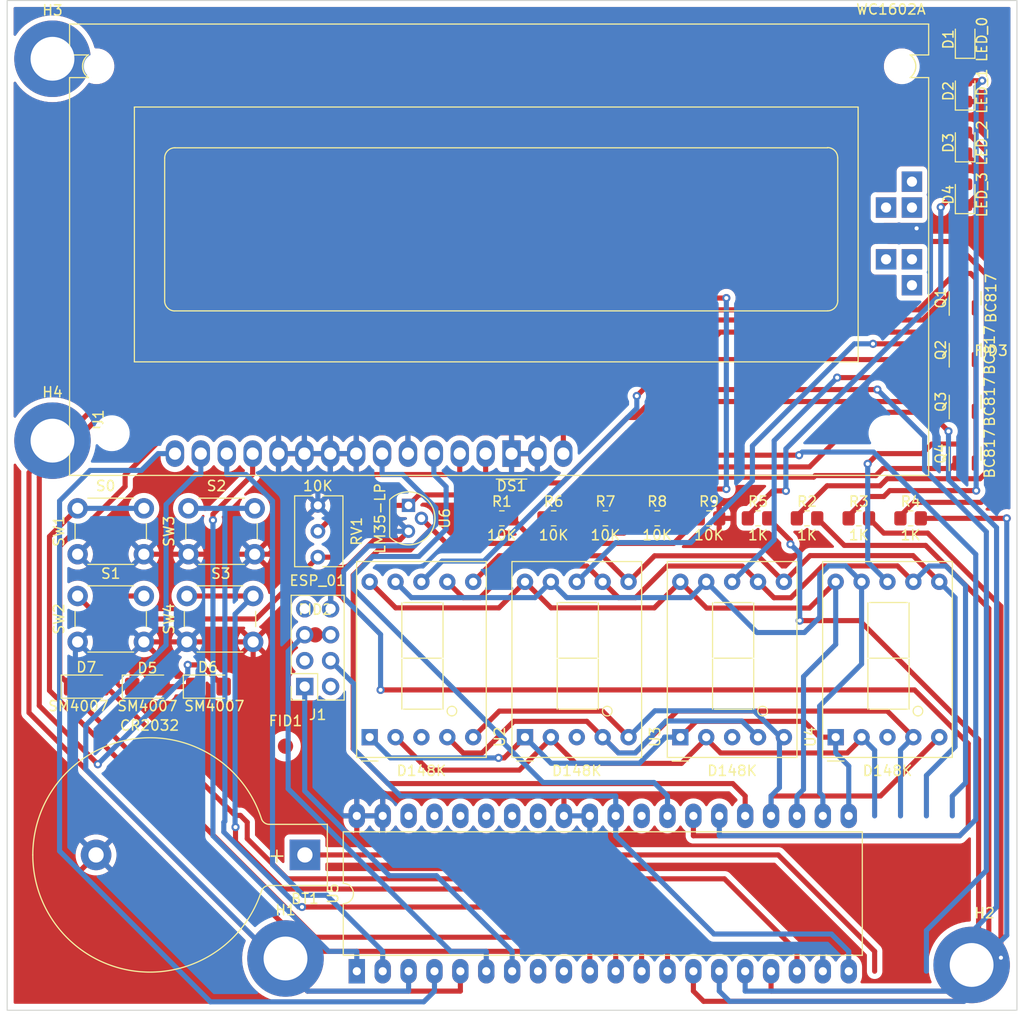
<source format=kicad_pcb>
(kicad_pcb (version 20211014) (generator pcbnew)
  (layers (0 "F.Cu" signal) (31 "B.Cu" signal) (34 "B.Paste" user) (35 "F.Paste" user) (36 "B.SilkS" user "B.Silkscreen") (37 "F.SilkS" user "F.Silkscreen") (38 "B.Mask" user) (39 "F.Mask" user) (44 "Edge.Cuts" user))
  (net 0 "")
  (net 1 "Net-(BT1-Pad1)")
  (net 2 "GND")
  (net 3 "Net-(D1-Pad2)")
  (net 4 "Net-(D2-Pad2)")
  (net 5 "Net-(D3-Pad2)")
  (net 6 "Net-(D4-Pad2)")
  (net 7 "Net-(D5-Pad2)")
  (net 8 "Net-(D6-Pad2)")
  (net 9 "Net-(D7-Pad1)")
  (net 10 "+5V")
  (net 11 "Net-(DS1-Pad3)")
  (net 12 "RS")
  (net 13 "Enable")
  (net 14 "D4")
  (net 15 "D5")
  (net 16 "D6")
  (net 17 "D7")
  (net 18 "TX")
  (net 19 "CHPD")
  (net 21 "3V3")
  (net 22 "RX")
  (net 25 "Net-(Q1-Pad1)")
  (net 26 "Net-(Q1-Pad3)")
  (net 27 "Net-(Q2-Pad1)")
  (net 28 "Net-(Q2-Pad3)")
  (net 29 "Net-(Q3-Pad1)")
  (net 30 "Net-(Q3-Pad3)")
  (net 31 "Net-(Q4-Pad1)")
  (net 32 "Net-(Q4-Pad3)")
  (net 33 "Milhar")
  (net 34 "L0")
  (net 35 "L1")
  (net 36 "L2")
  (net 37 "L3")
  (net 38 "Centena")
  (net 39 "Dezena")
  (net 40 "Unidade")
  (net 41 "Temperatura")
  (net 42 "S0")
  (net 43 "S1")
  (net 44 "S2")
  (net 45 "S3")
  (net 46 "e")
  (net 47 "d")
  (net 49 "c")
  (net 50 "h")
  (net 51 "b")
  (net 52 "a")
  (net 53 "f")
  (net 54 "g")
  (net 58 "USB+")
  (net 59 "USB-")
  (net 60 "Keep_Alive")
  (footprint "Fiducial:Fiducial_1.5mm_Mask3mm" (layer "F.Cu") (at 194.945 107.442)
    (fp_text reference "FID1")
    (fp_text value "Fiducial")
  )
  (footprint "Resistor_SMD:R_0805_2012Metric_Pad1.20x1.40mm_HandSolder" (layer "F.Cu") (at 236.49 85.09)
    (fp_text reference "R9")
    (fp_text value "10K")
  )
  (footprint "Resistor_SMD:R_0805_2012Metric_Pad1.20x1.40mm_HandSolder" (layer "F.Cu") (at 226.33 85.09)
    (fp_text reference "R7")
    (fp_text value "10K")
  )
  (footprint "LED_SMD:LED_0805_2012Metric_Pad1.15x1.40mm_HandSolder" (layer "F.Cu") (at 261.62 48.26 90)
    (fp_text reference "D3")
    (fp_text value "LED_2")
  )
  (footprint "Button_Switch_THT:SW_PUSH_6mm_H4.3mm" (layer "F.Cu") (at 181.05 97.21 180)
    (fp_text reference "SW2")
    (fp_text value "S1")
  )
  (footprint "MountingHole:MountingHole_4.3mm_M4_DIN965_Pad_TopBottom" (layer "F.Cu") (at 172.085 40.005)
    (fp_text reference "H3")
    (fp_text value "MountingHole")
  )
  (footprint "Fiducial:Fiducial_1.5mm_Mask3mm" (layer "F.Cu") (at 197.866 96.52)
    (fp_text reference "FID2")
    (fp_text value "Fiducial")
  )
  (footprint "Diode_SMD:D_1206_3216Metric_Pad1.42x1.75mm_HandSolder" (layer "F.Cu") (at 187.3825 101.6)
    (fp_text reference "D6")
    (fp_text value "SM4007")
  )
  (footprint "Resistor_SMD:R_0805_2012Metric_Pad1.20x1.40mm_HandSolder" (layer "F.Cu") (at 216.17 85.09)
    (fp_text reference "R1")
    (fp_text value "10K")
  )
  (footprint "Resistor_SMD:R_0805_2012Metric_Pad1.20x1.40mm_HandSolder" (layer "F.Cu") (at 246.11 85.09)
    (fp_text reference "R2")
    (fp_text value "1K")
  )
  (footprint "Resistor_SMD:R_0805_2012Metric_Pad1.20x1.40mm_HandSolder" (layer "F.Cu") (at 221.25 85.09)
    (fp_text reference "R6")
    (fp_text value "10K")
  )
  (footprint "Package_TO_SOT_SMD:SOT-23" (layer "F.Cu") (at 261.62 63.5 90)
    (fp_text reference "Q1")
    (fp_text value "BC817")
  )
  (footprint "Package_TO_SOT_SMD:SOT-23" (layer "F.Cu") (at 261.62 73.66 90)
    (fp_text reference "Q3")
    (fp_text value "BC817")
  )
  (footprint "Resistor_SMD:R_0805_2012Metric_Pad1.20x1.40mm_HandSolder" (layer "F.Cu") (at 241.3 85.09)
    (fp_text reference "R5")
    (fp_text value "1K")
  )
  (footprint "MountingHole:MountingHole_4.3mm_M4_DIN965_Pad_TopBottom" (layer "F.Cu") (at 172.085 77.47)
    (fp_text reference "H4")
    (fp_text value "MountingHole")
  )
  (footprint "Display_7Segment:D1X8K" (layer "F.Cu") (at 233.68 106.5575 90)
    (fp_text reference "U3")
    (fp_text value "D148K")
  )
  (footprint "Diode_SMD:D_1206_3216Metric_Pad1.42x1.75mm_HandSolder" (layer "F.Cu") (at 181.3925 101.6)
    (fp_text reference "D5")
    (fp_text value "SM4007")
  )
  (footprint "Diode_SMD:D_1206_3216Metric_Pad1.42x1.75mm_HandSolder" (layer "F.Cu") (at 175.4025 101.6)
    (fp_text reference "D7")
    (fp_text value "SM4007")
  )
  (footprint "Display_7Segment:D1X8K" (layer "F.Cu") (at 248.92 106.5575 90)
    (fp_text reference "U4")
    (fp_text value "D148K")
  )
  (footprint "LED_SMD:LED_0805_2012Metric_Pad1.15x1.40mm_HandSolder" (layer "F.Cu") (at 261.62 53.34 90)
    (fp_text reference "D4")
    (fp_text value "LED_3")
  )
  (footprint "MountingHole:MountingHole_4.3mm_M4_DIN965_Pad_TopBottom" (layer "F.Cu") (at 262.255 128.905)
    (fp_text reference "H2")
    (fp_text value "MountingHole")
  )
  (footprint "Button_Switch_THT:SW_PUSH_6mm_H4.3mm" (layer "F.Cu") (at 181.05 88.61 180)
    (fp_text reference "SW1")
    (fp_text value "S0")
  )
  (footprint "Resistor_SMD:R_0805_2012Metric_Pad1.20x1.40mm_HandSolder" (layer "F.Cu") (at 256.27 85.09)
    (fp_text reference "R4")
    (fp_text value "1K")
  )
  (footprint "Button_Switch_THT:SW_PUSH_6mm_H4.3mm" (layer "F.Cu") (at 191.92 88.61 180)
    (fp_text reference "SW3")
    (fp_text value "S2")
  )
  (footprint "Display_7Segment:D1X8K" (layer "F.Cu") (at 218.44 106.5575 90)
    (fp_text reference "U2")
    (fp_text value "D148K")
  )
  (footprint "Display_7Segment:D1X8K" (layer "F.Cu") (at 203.2 106.5575 90)
    (fp_text reference "U1")
    (fp_text value "D148K")
  )
  (footprint "Battery:BatteryHolder_Keystone_103_1x20mm" (layer "F.Cu") (at 196.85 118.11 180)
    (fp_text reference "BT1")
    (fp_text value "CR2032")
  )
  (footprint "Package_DIP:DIP-40_W15.24mm_LongPads" (layer "F.Cu") (at 201.94 129.52 90)
    (fp_text reference "U5")
    (fp_text value "Blue_Pill")
  )
  (footprint "LED_SMD:LED_0805_2012Metric_Pad1.15x1.40mm_HandSolder" (layer "F.Cu") (at 261.62 43.18 90)
    (fp_text reference "D2")
    (fp_text value "LED_1")
  )
  (footprint "MountingHole:MountingHole_4.3mm_M4_DIN965_Pad_TopBottom" (layer "F.Cu") (at 194.945 128.27)
    (fp_text reference "H1")
    (fp_text value "MountingHole")
  )
  (footprint "Button_Switch_THT:SW_PUSH_6mm_H4.3mm" (layer "F.Cu") (at 191.77 97.21 180)
    (fp_text reference "SW4")
    (fp_text value "S3")
  )
  (footprint "Potentiometer_THT:Potentiometer_Bourns_3266Y_Vertical" (layer "F.Cu") (at 198.12 83.82 90)
    (fp_text reference "RV1")
    (fp_text value "10K")
  )
  (footprint "Display:RC1602A" (layer "F.Cu") (at 217.12 78.74 180)
    (fp_text reference "DS1")
    (fp_text value "WC1602A")
  )
  (footprint "Fiducial:Fiducial_1.5mm_Mask3mm" (layer "F.Cu") (at 264.16 71.12)
    (fp_text reference "FID3")
    (fp_text value "Fiducial")
  )
  (footprint "Connector_PinSocket_2.54mm:PinSocket_2x04_P2.54mm_Vertical" (layer "F.Cu") (at 196.83 101.59 180)
    (fp_text reference "J1")
    (fp_text value "ESP_01")
  )
  (footprint "Package_TO_SOT_SMD:SOT-23" (layer "F.Cu") (at 261.62 78.74 90)
    (fp_text reference "Q4")
    (fp_text value "BC817")
  )
  (footprint "Package_TO_SOT_SMD:SOT-23" (layer "F.Cu") (at 261.62 68.58 90)
    (fp_text reference "Q2")
    (fp_text value "BC817")
  )
  (footprint "Resistor_SMD:R_0805_2012Metric_Pad1.20x1.40mm_HandSolder" (layer "F.Cu") (at 251.19 85.09)
    (fp_text reference "R3")
    (fp_text value "1K")
  )
  (footprint "LED_SMD:LED_0805_2012Metric_Pad1.15x1.40mm_HandSolder" (layer "F.Cu") (at 261.62 38.1 90)
    (fp_text reference "D1")
    (fp_text value "LED_0")
  )
  (footprint "Resistor_SMD:R_0805_2012Metric_Pad1.20x1.40mm_HandSolder" (layer "F.Cu") (at 231.41 85.09)
    (fp_text reference "R8")
    (fp_text value "10K")
  )
  (footprint "Package_TO_SOT_THT:TO-92" (layer "F.Cu") (at 207.01 83.82 -90)
    (fp_text reference "U6")
    (fp_text value "LM35-LP")
  )
  (gr_rect (start 167.64 34.29) (end 266.7 133.35) (layer "Edge.Cuts") (width 0.1) (fill none))
  (segment (start 196.85 118.11) (end 199.1003 118.11) (width 0.5) (layer "F.Cu") (net 1))
  (segment (start 252.74 129.52) (end 252.74 127.5697) (width 0.5) (layer "F.Cu") (net 1))
  (segment (start 199.1003 118.11) (end 243.2803 118.11) (width 0.5) (layer "F.Cu") (net 1))
  (segment (start 243.2803 118.11) (end 252.74 127.5697) (width 0.5) (layer "F.Cu") (net 1))
  (segment (start 237.49 83.9262) (end 237.0166 83.4528) (width 0.5) (layer "F.Cu") (net 2))
  (segment (start 259.3452 56.6398) (end 261.62 54.365) (width 0.5) (layer "F.Cu") (net 2))
  (segment (start 237.49 85.09) (end 237.49 83.9262) (width 0.5) (layer "F.Cu") (net 2))
  (segment (start 199.34 78.74) (end 196.8 78.74) (width 0.5) (layer "F.Cu") (net 2))
  (segment (start 260.1293 47.9359) (end 260.1293 45.6957) (width 0.5) (layer "F.Cu") (net 2))
  (segment (start 201.88 78.74) (end 199.34 78.74) (width 0.5) (layer "F.Cu") (net 2))
  (segment (start 204.755 112.3297) (end 222.26 112.3297) (width 0.5) (layer "F.Cu") (net 2))
  (segment (start 185.42 88.61) (end 191.92 88.61) (width 0.5) (layer "F.Cu") (net 2))
  (segment (start 260.1686 40.5764) (end 260.1686 42.9914) (width 0.5) (layer "F.Cu") (net 2))
  (segment (start 217.12 78.74) (end 217.12 76.6897) (width 0.5) (layer "F.Cu") (net 2))
  (segment (start 217.12 78.74) (end 218.7703 78.74) (width 0.5) (layer "F.Cu") (net 2))
  (segment (start 261.62 49.285) (end 261.4784 49.285) (width 0.5) (layer "F.Cu") (net 2))
  (segment (start 185.27 97.21) (end 191.77 97.21) (width 0.5) (layer "F.Cu") (net 2))
  (segment (start 201.88 78.74) (end 201.88 76.6897) (width 0.5) (layer "F.Cu") (net 2))
  (segment (start 191.77 97.21) (end 191.77 99.3447) (width 0.5) (layer "F.Cu") (net 2))
  (segment (start 179.905 101.6) (end 179.905 98.355) (width 0.5) (layer "F.Cu") (net 2))
  (segment (start 260.1293 45.6957) (end 261.5011 44.3239) (width 0.5) (layer "F.Cu") (net 2))
  (segment (start 256.8587 56.6398) (end 259.3452 56.6398) (width 0.5) (layer "F.Cu") (net 2))
  (segment (start 218.7728 78.7375) (end 218.7703 78.74) (width 0.5) (layer "F.Cu") (net 2))
  (segment (start 219.6549 78.7375) (end 218.7728 78.7375) (width 0.5) (layer "F.Cu") (net 2))
  (segment (start 261.4784 49.285) (end 260.1293 47.9359) (width 0.5) (layer "F.Cu") (net 2))
  (segment (start 261.8009 54.365) (end 261.62 54.365) (width 0.5) (layer "F.Cu") (net 2))
  (segment (start 179.905 98.355) (end 181.05 97.21) (width 0.5) (layer "F.Cu") (net 2))
  (segment (start 193.33 88.61) (end 198.12 83.82) (width 0.5) (layer "F.Cu") (net 2))
  (segment (start 261.5011 44.3239) (end 261.62 44.205) (width 0.5) (layer "F.Cu") (net 2))
  (segment (start 263.0771 50.7421) (end 263.0771 53.0888) (width 0.5) (layer "F.Cu") (net 2))
  (segment (start 191.92 88.61) (end 193.33 88.61) (width 0.5) (layer "F.Cu") (net 2))
  (segment (start 206.96 76.6897) (end 217.12 76.6897) (width 0.5) (layer "F.Cu") (net 2))
  (segment (start 181.05 88.61) (end 185.42 88.61) (width 0.5) (layer "F.Cu") (net 2))
  (segment (start 260.1686 42.9914) (end 261.5011 44.3239) (width 0.5) (layer "F.Cu") (net 2))
  (segment (start 261.62 49.285) (end 263.0771 50.7421) (width 0.5) (layer "F.Cu") (net 2))
  (segment (start 191.77 99.3447) (end 204.755 112.3297) (width 0.5) (layer "F.Cu") (net 2))
  (segment (start 263.0771 53.0888) (end 261.8009 54.365) (width 0.5) (layer "F.Cu") (net 2))
  (segment (start 206.96 78.74) (end 206.96 76.6897) (width 0.5) (layer "F.Cu") (net 2))
  (segment (start 201.88 76.6897) (end 206.96 76.6897) (width 0.5) (layer "F.Cu") (net 2))
  (segment (start 261.62 39.125) (end 260.1686 40.5764) (width 0.5) (layer "F.Cu") (net 2))
  (segment (start 222.26 114.28) (end 222.26 112.3297) (width 0.5) (layer "F.Cu") (net 2))
  (segment (start 181.05 97.21) (end 185.27 97.21) (width 0.5) (layer "F.Cu") (net 2))
  (segment (start 196.8 78.74) (end 194.26 78.74) (width 0.5) (layer "F.Cu") (net 2))
  (via (at 256.8587 56.6398) (size 0.8) (drill 0.4) (layers "F.Cu" "B.Cu") (net 2))
  (via (at 237.0166 83.4528) (size 0.8) (drill 0.4) (layers "F.Cu" "B.Cu") (net 2))
  (segment (start 199.34 80.7903) (end 198.12 82.0103) (width 0.5) (layer "B.Cu") (net 2))
  (segment (start 243.3383 56.6398) (end 256.8587 56.6398) (width 0.5) (layer "B.Cu") (net 2))
  (segment (start 236.1394 127.5697) (end 224.8 116.2303) (width 0.5) (layer "B.Cu") (net 2))
  (segment (start 247.66 129.52) (end 247.66 127.5697) (width 0.5) (layer "B.Cu") (net 2))
  (segment (start 219.6549 76.6872) (end 224.4159 71.9262) (width 0.5) (layer "B.Cu") (net 2))
  (segment (start 198.12 82.0103) (end 198.12 83.82) (width 0.5) (layer "B.Cu") (net 2))
  (segment (start 176.3003 96.3348) (end 176.3003 90.3603) (width 0.5) (layer "B.Cu") (net 2))
  (segment (start 237.0166 79.0512) (end 237.0166 83.4528) (width 0.5) (layer "B.Cu") (net 2))
  (segment (start 174.3332 116.0832) (end 174.3332 97.4268) (width 0.5) (layer "B.Cu") (net 2))
  (segment (start 229.8916 71.9262) (end 229.8916 70.0865) (width 0.5) (layer "B.Cu") (net 2))
  (segment (start 175.4252 96.3348) (end 176.3003 96.3348) (width 0.5) (layer "B.Cu") (net 2))
  (segment (start 199.6405 86.36) (end 207.01 86.36) (width 0.5) (layer "B.Cu") (net 2))
  (segment (start 174.3332 97.4268) (end 174.55 97.21) (width 0.5) (layer "B.Cu") (net 2))
  (segment (start 229.8916 71.9262) (end 237.0166 79.0512) (width 0.5) (layer "B.Cu") (net 2))
  (segment (start 174.55 97.21) (end 175.4252 96.3348) (width 0.5) (layer "B.Cu") (net 2))
  (segment (start 219.6549 78.7375) (end 219.6549 76.6872) (width 0.5) (layer "B.Cu") (net 2))
  (segment (start 180.1748 96.3348) (end 181.05 97.21) (width 0.5) (layer "B.Cu") (net 2))
  (segment (start 199.37 93.97) (end 199.37 92.3697) (width 0.5) (layer "B.Cu") (net 2))
  (segment (start 176.3003 96.3348) (end 180.1748 96.3348) (width 0.5) (layer "B.Cu") (net 2))
  (segment (start 179.2997 90.3603) (end 176.3003 90.3603) (width 0.5) (layer "B.Cu") (net 2))
  (segment (start 199.6405 86.36) (end 199.6405 85.3405) (width 0.5) (layer "B.Cu") (net 2))
  (segment (start 224.8 114.28) (end 224.8 116.2303) (width 0.5) (layer "B.Cu") (net 2))
  (segment (start 247.66 127.5697) (end 236.1394 127.5697) (width 0.5) (layer "B.Cu") (net 2))
  (segment (start 176.36 118.11) (end 174.3332 116.0832) (width 0.5) (layer "B.Cu") (net 2))
  (segment (start 224.4159 71.9262) (end 229.8916 71.9262) (width 0.5) (layer "B.Cu") (net 2))
  (segment (start 199.6405 85.3405) (end 198.12 83.82) (width 0.5) (layer "B.Cu") (net 2))
  (segment (start 199.6405 92.0992) (end 199.6405 86.36) (width 0.5) (layer "B.Cu") (net 2))
  (segment (start 229.8916 70.0865) (end 243.3383 56.6398) (width 0.5) (layer "B.Cu") (net 2))
  (segment (start 222.26 114.28) (end 224.8 114.28) (width 0.5) (layer "B.Cu") (net 2))
  (segment (start 199.37 92.3697) (end 199.6405 92.0992) (width 0.5) (layer "B.Cu") (net 2))
  (segment (start 176.3003 90.3603) (end 174.55 88.61) (width 0.5) (layer "B.Cu") (net 2))
  (segment (start 199.34 78.74) (end 199.34 80.7903) (width 0.5) (layer "B.Cu") (net 2))
  (segment (start 181.05 88.61) (end 179.2997 90.3603) (width 0.5) (layer "B.Cu") (net 2))
  (segment (start 248.0799 81.8964) (end 253.2776 81.8964) (width 0.5) (layer "F.Cu") (net 3))
  (segment (start 245.11 84.8663) (end 248.0799 81.8964) (width 0.5) (layer "F.Cu") (net 3))
  (segment (start 252.0773 46.9603) (end 259.1289 39.9087) (width 0.5) (layer "F.Cu") (net 3))
  (segment (start 253.9702 81.2038) (end 263.0857 81.2038) (width 0.5) (layer "F.Cu") (net 3))
  (segment (start 261.3616 37.075) (end 261.62 37.075) (width 0.5) (layer "F.Cu") (net 3))
  (segment (start 260.4646 57.9296) (end 254.1153 57.9296) (width 0.5) (layer "F.Cu") (net 3))
  (segment (start 263.0857 81.2038) (end 263.6916 80.5979) (width 0.5) (layer "F.Cu") (net 3))
  (segment (start 259.1289 39.3077) (end 261.3616 37.075) (width 0.5) (layer "F.Cu") (net 3))
  (segment (start 245.11 85.09) (end 245.11 84.8663) (width 0.5) (layer "F.Cu") (net 3))
  (segment (start 263.6916 80.5979) (end 263.6916 61.1566) (width 0.5) (layer "F.Cu") (net 3))
  (segment (start 259.1289 39.9087) (end 259.1289 39.3077) (width 0.5) (layer "F.Cu") (net 3))
  (segment (start 252.0773 55.8916) (end 252.0773 46.9603) (width 0.5) (layer "F.Cu") (net 3))
  (segment (start 263.6916 61.1566) (end 260.4646 57.9296) (width 0.5) (layer "F.Cu") (net 3))
  (segment (start 253.2776 81.8964) (end 253.9702 81.2038) (width 0.5) (layer "F.Cu") (net 3))
  (segment (start 254.1153 57.9296) (end 252.0773 55.8916) (width 0.5) (layer "F.Cu") (net 3))
  (segment (start 261.62 42.155) (end 263.288 42.155) (width 0.5) (layer "F.Cu") (net 4))
  (segment (start 252.0972 82.9496) (end 253.6391 82.9496) (width 0.5) (layer "F.Cu") (net 4))
  (segment (start 250.19 85.09) (end 250.19 84.8568) (width 0.5) (layer "F.Cu") (net 4))
  (segment (start 250.19 84.8568) (end 252.0972 82.9496) (width 0.5) (layer "F.Cu") (net 4))
  (segment (start 254.2186 82.3701) (end 262.6993 82.3701) (width 0.5) (layer "F.Cu") (net 4))
  (segment (start 253.6391 82.9496) (end 254.2186 82.3701) (width 0.5) (layer "F.Cu") (net 4))
  (via (at 263.288 42.155) (size 0.8) (drill 0.4) (layers "F.Cu" "B.Cu") (net 4))
  (via (at 262.6993 82.3701) (size 0.8) (drill 0.4) (layers "F.Cu" "B.Cu") (net 4))
  (segment (start 262.6993 82.3701) (end 262.6993 42.7437) (width 0.5) (layer "B.Cu") (net 4))
  (segment (start 262.6993 42.7437) (end 263.288 42.155) (width 0.5) (layer "B.Cu") (net 4))
  (segment (start 255.27 85.09) (end 255.27 84.8548) (width 0.5) (layer "F.Cu") (net 5))
  (segment (start 264.708 81.9882) (end 264.708 50.0962) (width 0.5) (layer "F.Cu") (net 5))
  (segment (start 255.27 84.8548) (end 256.6044 83.5204) (width 0.5) (layer "F.Cu") (net 5))
  (segment (start 263.1758 83.5204) (end 264.708 81.9882) (width 0.5) (layer "F.Cu") (net 5))
  (segment (start 264.708 50.0962) (end 261.8468 47.235) (width 0.5) (layer "F.Cu") (net 5))
  (segment (start 256.6044 83.5204) (end 263.1758 83.5204) (width 0.5) (layer "F.Cu") (net 5))
  (segment (start 261.8468 47.235) (end 261.62 47.235) (width 0.5) (layer "F.Cu") (net 5))
  (segment (start 261.62 52.315) (end 261.479 52.315) (width 0.5) (layer "F.Cu") (net 6))
  (segment (start 244.0341 82.3962) (end 242.7622 82.3962) (width 0.5) (layer "F.Cu") (net 6))
  (segment (start 261.479 52.315) (end 259.2286 54.5654) (width 0.5) (layer "F.Cu") (net 6))
  (segment (start 240.3 84.8584) (end 240.3 85.09) (width 0.5) (layer "F.Cu") (net 6))
  (segment (start 242.7622 82.3962) (end 240.3 84.8584) (width 0.5) (layer "F.Cu") (net 6))
  (via (at 244.0341 82.3962) (size 0.8) (drill 0.4) (layers "F.Cu" "B.Cu") (net 6))
  (via (at 259.2286 54.5654) (size 0.8) (drill 0.4) (layers "F.Cu" "B.Cu") (net 6))
  (segment (start 244.0341 82.3962) (end 244.0341 78.2765) (width 0.5) (layer "B.Cu") (net 6))
  (segment (start 244.0341 78.2765) (end 259.2286 63.082) (width 0.5) (layer "B.Cu") (net 6))
  (segment (start 259.2286 63.082) (end 259.2286 54.5654) (width 0.5) (layer "B.Cu") (net 6))
  (segment (start 182.88 101.6) (end 185.895 101.6) (width 0.5) (layer "F.Cu") (net 7))
  (segment (start 186.737 99.467) (end 185.3555 99.467) (width 0.5) (layer "F.Cu") (net 8))
  (segment (start 262.57 69.5175) (end 262.671 69.6185) (width 0.5) (layer "F.Cu") (net 8))
  (segment (start 262.671 61.5776) (end 262.159 61.0656) (width 0.5) (layer "F.Cu") (net 8))
  (segment (start 262.671 64.4375) (end 262.671 61.5776) (width 0.5) (layer "F.Cu") (net 8))
  (segment (start 262.671 69.6185) (end 262.671 74.4965) (width 0.5) (layer "F.Cu") (net 8))
  (segment (start 262.671 69.4165) (end 262.671 64.4375) (width 0.5) (layer "F.Cu") (net 8))
  (segment (start 260.6155 61.0656) (end 257.0513 64.6298) (width 0.5) (layer "F.Cu") (net 8))
  (segment (start 262.159 61.0656) (end 260.6155 61.0656) (width 0.5) (layer "F.Cu") (net 8))
  (segment (start 262.57 69.5175) (end 262.671 69.4165) (width 0.5) (layer "F.Cu") (net 8))
  (segment (start 262.671 74.6985) (end 262.57 74.5975) (width 0.5) (layer "F.Cu") (net 8))
  (segment (start 262.671 79.5765) (end 262.671 74.6985) (width 0.5) (layer "F.Cu") (net 8))
  (segment (start 170.7903 81.0191) (end 170.7903 103.4717) (width 0.5) (layer "F.Cu") (net 8))
  (segment (start 187.1796 64.6298) (end 170.7903 81.0191) (width 0.5) (layer "F.Cu") (net 8))
  (segment (start 262.57 79.6775) (end 262.671 79.5765) (width 0.5) (layer "F.Cu") (net 8))
  (segment (start 188.87 101.6) (end 186.737 99.467) (width 0.5) (layer "F.Cu") (net 8))
  (segment (start 262.57 64.4375) (end 262.671 64.4375) (width 0.5) (layer "F.Cu") (net 8))
  (segment (start 262.671 74.4965) (end 262.57 74.5975) (width 0.5) (layer "F.Cu") (net 8))
  (segment (start 257.0513 64.6298) (end 187.1796 64.6298) (width 0.5) (layer "F.Cu") (net 8))
  (segment (start 170.7903 103.4717) (end 176.5323 109.2137) (width 0.5) (layer "F.Cu") (net 8))
  (via (at 185.3555 99.467) (size 0.8) (drill 0.4) (layers "F.Cu" "B.Cu") (net 8))
  (via (at 176.5323 109.2137) (size 0.8) (drill 0.4) (layers "F.Cu" "B.Cu") (net 8))
  (segment (start 185.3555 100.3905) (end 176.5323 109.2137) (width 0.5) (layer "B.Cu") (net 8))
  (segment (start 185.3555 99.467) (end 185.3555 100.3905) (width 0.5) (layer "B.Cu") (net 8))
  (segment (start 221.17 75.6597) (end 222.2 76.6897) (width 0.5) (layer "F.Cu") (net 9))
  (segment (start 222.2 78.74) (end 222.2 76.6897) (width 0.5) (layer "F.Cu") (net 9))
  (segment (start 174.2663 86.36) (end 174.8179 86.36) (width 0.5) (layer "F.Cu") (net 9))
  (segment (start 184.3942 75.6597) (end 221.17 75.6597) (width 0.5) (layer "F.Cu") (net 9))
  (segment (start 174.8179 86.36) (end 179.2111 81.9668) (width 0.5) (layer "F.Cu") (net 9))
  (segment (start 172.7977 100.4827) (end 172.7977 87.8286) (width 0.5) (layer "F.Cu") (net 9))
  (segment (start 173.915 101.6) (end 172.7977 100.4827) (width 0.5) (layer "F.Cu") (net 9))
  (segment (start 179.2111 81.9668) (end 179.2111 80.8428) (width 0.5) (layer "F.Cu") (net 9))
  (segment (start 179.2111 80.8428) (end 184.3942 75.6597) (width 0.5) (layer "F.Cu") (net 9))
  (segment (start 172.7977 87.8286) (end 174.2663 86.36) (width 0.5) (layer "F.Cu") (net 9))
  (segment (start 190.5177 114.2314) (end 189.9891 114.2314) (width 0.5) (layer "F.Cu") (net 10))
  (segment (start 177.3577 98.3821) (end 177.3577 101.6) (width 0.5) (layer "F.Cu") (net 10))
  (segment (start 189.9891 114.2314) (end 177.3577 101.6) (width 0.5) (layer "F.Cu") (net 10))
  (segment (start 191.1915 114.9052) (end 190.5177 114.2314) (width 0.5) (layer "F.Cu") (net 10))
  (segment (start 180.7798 94.96) (end 177.3577 98.3821) (width 0.5) (layer "F.Cu") (net 10))
  (segment (start 214.58 78.74) (end 214.58 80.7903) (width 0.5) (layer "F.Cu") (net 10))
  (segment (start 238.0058 120.4555) (end 195.1316 120.4555) (width 0.5) (layer "F.Cu") (net 10))
  (segment (start 198.12 88.9) (end 192.06 94.96) (width 0.5) (layer "F.Cu") (net 10))
  (segment (start 198.12 88.9) (end 200.5297 88.9) (width 0.5) (layer "F.Cu") (net 10))
  (segment (start 192.06 94.96) (end 180.7798 94.96) (width 0.5) (layer "F.Cu") (net 10))
  (segment (start 245.12 127.5697) (end 238.0058 120.4555) (width 0.5) (layer "F.Cu") (net 10))
  (segment (start 208.0391 82.7909) (end 207.01 83.82) (width 0.5) (layer "F.Cu") (net 10))
  (segment (start 195.1316 120.4555) (end 191.1915 116.5154) (width 0.5) (layer "F.Cu") (net 10))
  (segment (start 191.1915 116.5154) (end 191.1915 114.9052) (width 0.5) (layer "F.Cu") (net 10))
  (segment (start 200.5297 88.9) (end 205.6097 83.82) (width 0.5) (layer "F.Cu") (net 10))
  (segment (start 177.3577 101.6) (end 176.89 101.6) (width 0.5) (layer "F.Cu") (net 10))
  (segment (start 214.58 80.7903) (end 212.5794 82.7909) (width 0.5) (layer "F.Cu") (net 10))
  (segment (start 212.5794 82.7909) (end 208.0391 82.7909) (width 0.5) (layer "F.Cu") (net 10))
  (segment (start 207.01 83.82) (end 205.6097 83.82) (width 0.5) (layer "F.Cu") (net 10))
  (segment (start 245.12 129.52) (end 245.12 127.5697) (width 0.5) (layer "F.Cu") (net 10))
  (segment (start 203.6897 80.7903) (end 212.04 80.7903) (width 0.5) (layer "F.Cu") (net 11))
  (segment (start 198.12 86.36) (end 203.6897 80.7903) (width 0.5) (layer "F.Cu") (net 11))
  (segment (start 212.04 78.74) (end 212.04 80.7903) (width 0.5) (layer "F.Cu") (net 11))
  (segment (start 203.492 88.8311) (end 201.6466 90.6765) (width 0.5) (layer "B.Cu") (net 12))
  (segment (start 201.6466 92.0215) (end 216.3954 106.7703) (width 0.5) (layer "B.Cu") (net 12))
  (segment (start 231.0934 111.0031) (end 232.42 112.3297) (width 0.5) (layer "B.Cu") (net 12))
  (segment (start 216.3954 107.1883) (end 220.2102 111.0031) (width 0.5) (layer "B.Cu") (net 12))
  (segment (start 210.7024 86.1555) (end 208.0268 88.8311) (width 0.5) (layer "B.Cu") (net 12))
  (segment (start 232.42 114.28) (end 232.42 112.3297) (width 0.5) (layer "B.Cu") (net 12))
  (segment (start 208.0268 88.8311) (end 203.492 88.8311) (width 0.5) (layer "B.Cu") (net 12))
  (segment (start 210.7024 81.9927) (end 210.7024 86.1555) (width 0.5) (layer "B.Cu") (net 12))
  (segment (start 209.5 78.74) (end 209.5 80.7903) (width 0.5) (layer "B.Cu") (net 12))
  (segment (start 216.3954 106.7703) (end 216.3954 107.1883) (width 0.5) (layer "B.Cu") (net 12))
  (segment (start 220.2102 111.0031) (end 231.0934 111.0031) (width 0.5) (layer "B.Cu") (net 12))
  (segment (start 201.6466 90.6765) (end 201.6466 92.0215) (width 0.5) (layer "B.Cu") (net 12))
  (segment (start 209.5 80.7903) (end 210.7024 81.9927) (width 0.5) (layer "B.Cu") (net 12))
  (segment (start 261.9253 107.1908) (end 256.6583 101.9238) (width 0.5) (layer "F.Cu") (net 13))
  (segment (start 234.96 114.28) (end 234.96 116.2303) (width 0.5) (layer "F.Cu") (net 13))
  (segment (start 234.96 116.2303) (end 261.078 116.2303) (width 0.5) (layer "F.Cu") (net 13))
  (segment (start 256.6583 101.9238) (end 204.273 101.9238) (width 0.5) (layer "F.Cu") (net 13))
  (segment (start 261.078 116.2303) (end 261.9253 115.383) (width 0.5) (layer "F.Cu") (net 13))
  (segment (start 261.9253 115.383) (end 261.9253 107.1908) (width 0.5) (layer "F.Cu") (net 13))
  (via (at 204.273 101.9238) (size 0.8) (drill 0.4) (layers "F.Cu" "B.Cu") (net 13))
  (segment (start 203.1147 87.7919) (end 200.6431 90.2635) (width 0.5) (layer "B.Cu") (net 13))
  (segment (start 204.273 96.4801) (end 204.273 101.9238) (width 0.5) (layer "B.Cu") (net 13))
  (segment (start 200.6431 92.8502) (end 204.273 96.4801) (width 0.5) (layer "B.Cu") (net 13))
  (segment (start 209.6841 85.702) (end 207.5942 87.7919) (width 0.5) (layer "B.Cu") (net 13))
  (segment (start 207.5942 87.7919) (end 203.1147 87.7919) (width 0.5) (layer "B.Cu") (net 13))
  (segment (start 206.421 80.7903) (end 209.6841 84.0534) (width 0.5) (layer "B.Cu") (net 13))
  (segment (start 204.42 78.74) (end 204.42 80.7903) (width 0.5) (layer "B.Cu") (net 13))
  (segment (start 209.6841 84.0534) (end 209.6841 85.702) (width 0.5) (layer "B.Cu") (net 13))
  (segment (start 204.42 80.7903) (end 206.421 80.7903) (width 0.5) (layer "B.Cu") (net 13))
  (segment (start 200.6431 90.2635) (end 200.6431 92.8502) (width 0.5) (layer "B.Cu") (net 13))
  (segment (start 187.827 84.6833) (end 187.827 85.2748) (width 0.5) (layer "F.Cu") (net 14))
  (segment (start 191.72 80.7903) (end 187.827 84.6833) (width 0.5) (layer "F.Cu") (net 14))
  (segment (start 191.72 78.74) (end 191.72 80.7903) (width 0.5) (layer "F.Cu") (net 14))
  (via (at 187.827 85.2748) (size 0.8) (drill 0.4) (layers "F.Cu" "B.Cu") (net 14))
  (segment (start 187.827 85.2748) (end 187.827 116.2249) (width 0.5) (layer "B.Cu") (net 14))
  (segment (start 201.94 129.52) (end 201.94 127.5697) (width 0.5) (layer "B.Cu") (net 14))
  (segment (start 199.1718 127.5697) (end 201.94 127.5697) (width 0.5) (layer "B.Cu") (net 14))
  (segment (start 187.827 116.2249) (end 199.1718 127.5697) (width 0.5) (layer "B.Cu") (net 14))
  (segment (start 191.0786 80.7903) (end 193.6703 83.382) (width 0.5) (layer "B.Cu") (net 15))
  (segment (start 198.9786 122.0683) (end 204.48 127.5697) (width 0.5) (layer "B.Cu") (net 15))
  (segment (start 189.18 78.74) (end 189.18 80.7903) (width 0.5) (layer "B.Cu") (net 15))
  (segment (start 193.6703 83.382) (end 193.6703 119.0462) (width 0.5) (layer "B.Cu") (net 15))
  (segment (start 193.6703 119.0462) (end 196.6924 122.0683) (width 0.5) (layer "B.Cu") (net 15))
  (segment (start 196.6924 122.0683) (end 198.9786 122.0683) (width 0.5) (layer "B.Cu") (net 15))
  (segment (start 204.48 129.52) (end 204.48 127.5697) (width 0.5) (layer "B.Cu") (net 15))
  (segment (start 189.18 80.7903) (end 191.0786 80.7903) (width 0.5) (layer "B.Cu") (net 15))
  (segment (start 183.2288 83.7346) (end 183.2288 97.5172) (width 0.5) (layer "B.Cu") (net 16))
  (segment (start 186.6349 78.7375) (end 186.6349 80.7878) (width 0.5) (layer "B.Cu") (net 16))
  (segment (start 175.3515 105.3945) (end 175.3515 109.7172) (width 0.5) (layer "B.Cu") (net 16))
  (segment (start 197.1046 131.4703) (end 207.02 131.4703) (width 0.5) (layer "B.Cu") (net 16))
  (segment (start 186.6349 80.7878) (end 186.1756 80.7878) (width 0.5) (layer "B.Cu") (net 16))
  (segment (start 183.2288 97.5172) (end 175.3515 105.3945) (width 0.5) (layer "B.Cu") (net 16))
  (segment (start 175.3515 109.7172) (end 197.1046 131.4703) (width 0.5) (layer "B.Cu") (net 16))
  (segment (start 207.02 129.52) (end 207.02 131.4703) (width 0.5) (layer "B.Cu") (net 16))
  (segment (start 186.1756 80.7878) (end 183.2288 83.7346) (width 0.5) (layer "B.Cu") (net 16))
  (segment (start 172.7787 117.7271) (end 187.5711 132.5195) (width 0.5) (layer "B.Cu") (net 17))
  (segment (start 175.7761 80.3903) (end 172.7787 83.3877) (width 0.5) (layer "B.Cu") (net 17))
  (segment (start 172.7787 83.3877) (end 172.7787 117.7271) (width 0.5) (layer "B.Cu") (net 17))
  (segment (start 184.1 78.74) (end 182.4497 78.74) (width 0.5) (layer "B.Cu") (net 17))
  (segment (start 182.4497 78.74) (end 180.7994 80.3903) (width 0.5) (layer "B.Cu") (net 17))
  (segment (start 208.5108 132.5195) (end 209.56 131.4703) (width 0.5) (layer "B.Cu") (net 17))
  (segment (start 187.5711 132.5195) (end 208.5108 132.5195) (width 0.5) (layer "B.Cu") (net 17))
  (segment (start 180.7994 80.3903) (end 175.7761 80.3903) (width 0.5) (layer "B.Cu") (net 17))
  (segment (start 209.56 129.52) (end 209.56 131.4703) (width 0.5) (layer "B.Cu") (net 17))
  (segment (start 209.757 120.1467) (end 205.1447 120.1467) (width 0.5) (layer "B.Cu") (net 18))
  (segment (start 217.18 129.52) (end 217.18 127.5697) (width 0.5) (layer "B.Cu") (net 18))
  (segment (start 196.8301 103.1903) (end 196.83 103.1903) (width 0.5) (layer "B.Cu") (net 18))
  (segment (start 205.1447 120.1467) (end 196.8301 111.8321) (width 0.5) (layer "B.Cu") (net 18))
  (segment (start 196.83 101.59) (end 196.83 103.1903) (width 0.5) (layer "B.Cu") (net 18))
  (segment (start 217.18 127.5697) (end 209.757 120.1467) (width 0.5) (layer "B.Cu") (net 18))
  (segment (start 196.8301 111.8321) (end 196.8301 103.1903) (width 0.5) (layer "B.Cu") (net 18))
  (segment (start 236.978 125.8683) (end 248.4986 125.8683) (width 0.5) (layer "B.Cu") (net 21))
  (segment (start 199.37 99.05) (end 201.6496 101.3296) (width 0.5) (layer "B.Cu") (net 21))
  (segment (start 227.34 114.28) (end 227.34 112.3297) (width 0.5) (layer "B.Cu") (net 21))
  (segment (start 206.2287 112.3297) (end 227.34 112.3297) (width 0.5) (layer "B.Cu") (net 21))
  (segment (start 248.4986 125.8683) (end 250.2 127.5697) (width 0.5) (layer "B.Cu") (net 21))
  (segment (start 227.34 114.28) (end 227.34 116.2303) (width 0.5) (layer "B.Cu") (net 21))
  (segment (start 201.6496 107.7506) (end 206.2287 112.3297) (width 0.5) (layer "B.Cu") (net 21))
  (segment (start 201.6496 101.3296) (end 201.6496 107.7506) (width 0.5) (layer "B.Cu") (net 21))
  (segment (start 250.2 129.52) (end 250.2 127.5697) (width 0.5) (layer "B.Cu") (net 21))
  (segment (start 227.34 116.2303) (end 236.978 125.8683) (width 0.5) (layer "B.Cu") (net 21))
  (segment (start 214.64 129.52) (end 214.64 127.5697) (width 0.5) (layer "B.Cu") (net 22))
  (segment (start 214.64 127.5697) (end 211.1522 127.5697) (width 0.5) (layer "B.Cu") (net 22))
  (segment (start 211.1522 127.5697) (end 195.2066 111.6241) (width 0.5) (layer "B.Cu") (net 22))
  (segment (start 195.2066 111.6241) (end 195.2066 98.1334) (width 0.5) (layer "B.Cu") (net 22))
  (segment (start 195.2066 98.1334) (end 196.83 96.51) (width 0.5) (layer "B.Cu") (net 22))
  (segment (start 258.2875 66.82) (end 237.5843 66.82) (width 0.5) (layer "F.Cu") (net 25))
  (segment (start 260.67 64.4375) (end 258.2875 66.82) (width 0.5) (layer "F.Cu") (net 25))
  (segment (start 215.17 84.8727) (end 215.17 85.09) (width 0.5) (layer "F.Cu") (net 25))
  (segment (start 228.4996 75.1973) (end 222.0819 81.615) (width 0.5) (layer "F.Cu") (net 25))
  (segment (start 222.0819 81.615) (end 218.4277 81.615) (width 0.5) (layer "F.Cu") (net 25))
  (segment (start 237.5843 66.82) (end 229.207 75.1973) (width 0.5) (layer "F.Cu") (net 25))
  (segment (start 229.207 75.1973) (end 228.4996 75.1973) (width 0.5) (layer "F.Cu") (net 25))
  (segment (start 218.4277 81.615) (end 215.17 84.8727) (width 0.5) (layer "F.Cu") (net 25))
  (segment (start 260.5334 62.5625) (end 261.62 62.5625) (width 0.5) (layer "F.Cu") (net 26))
  (segment (start 229.4093 73.0855) (end 236.8647 65.6301) (width 0.5) (layer "F.Cu") (net 26))
  (segment (start 236.8647 65.6301) (end 257.4658 65.6301) (width 0.5) (layer "F.Cu") (net 26))
  (segment (start 257.4658 65.6301) (end 260.5334 62.5625) (width 0.5) (layer "F.Cu") (net 26))
  (via (at 229.4093 73.0855) (size 0.8) (drill 0.4) (layers "F.Cu" "B.Cu") (net 26))
  (segment (start 229.4093 74.2897) (end 229.4093 73.0855) (width 0.5) (layer "B.Cu") (net 26))
  (segment (start 214.4165 89.2825) (end 229.4093 74.2897) (width 0.5) (layer "B.Cu") (net 26))
  (segment (start 208.28 91.3175) (end 210.315 89.2825) (width 0.5) (layer "B.Cu") (net 26))
  (segment (start 210.315 89.2825) (end 214.4165 89.2825) (width 0.5) (layer "B.Cu") (net 26))
  (segment (start 260.67 69.5175) (end 236.4079 69.5175) (width 0.5) (layer "F.Cu") (net 27))
  (segment (start 229.2567 76.6687) (end 228.4553 76.6687) (width 0.5) (layer "F.Cu") (net 27))
  (segment (start 236.4079 69.5175) (end 229.2567 76.6687) (width 0.5) (layer "F.Cu") (net 27))
  (segment (start 220.25 84.874) (end 220.25 85.09) (width 0.5) (layer "F.Cu") (net 27))
  (segment (start 228.4553 76.6687) (end 220.25 84.874) (width 0.5) (layer "F.Cu") (net 27))
  (segment (start 261.62 67.6425) (end 261.2922 67.9703) (width 0.5) (layer "F.Cu") (net 28))
  (segment (start 261.2922 67.9703) (end 252.5823 67.9703) (width 0.5) (layer "F.Cu") (net 28))
  (via (at 252.5823 67.9703) (size 0.8) (drill 0.4) (layers "F.Cu" "B.Cu") (net 28))
  (segment (start 240.7498 77.9739) (end 240.7498 81.4145) (width 0.5) (layer "B.Cu") (net 28))
  (segment (start 234.6978 87.4665) (end 227.371 87.4665) (width 0.5) (layer "B.Cu") (net 28))
  (segment (start 240.7498 81.4145) (end 234.6978 87.4665) (width 0.5) (layer "B.Cu") (net 28))
  (segment (start 250.7534 67.9703) (end 240.7498 77.9739) (width 0.5) (layer "B.Cu") (net 28))
  (segment (start 227.371 87.4665) (end 223.52 91.3175) (width 0.5) (layer "B.Cu") (net 28))
  (segment (start 252.5823 67.9703) (end 250.7534 67.9703) (width 0.5) (layer "B.Cu") (net 28))
  (segment (start 236.5617 73.6329) (end 225.33 84.8646) (width 0.5) (layer "F.Cu") (net 29))
  (segment (start 225.33 84.8646) (end 225.33 85.09) (width 0.5) (layer "F.Cu") (net 29))
  (segment (start 259.7054 73.6329) (end 236.5617 73.6329) (width 0.5) (layer "F.Cu") (net 29))
  (segment (start 260.67 74.5975) (end 259.7054 73.6329) (width 0.5) (layer "F.Cu") (net 29))
  (segment (start 261.62 72.7225) (end 260.1826 71.2851) (width 0.5) (layer "F.Cu") (net 30))
  (segment (start 260.1826 71.2851) (end 249.0653 71.2851) (width 0.5) (layer "F.Cu") (net 30))
  (via (at 249.0653 71.2851) (size 0.8) (drill 0.4) (layers "F.Cu" "B.Cu") (net 30))
  (segment (start 242.8837 87.1938) (end 238.76 91.3175) (width 0.5) (layer "B.Cu") (net 30))
  (segment (start 242.8837 77.4667) (end 242.8837 87.1938) (width 0.5) (layer "B.Cu") (net 30))
  (segment (start 249.0653 71.2851) (end 242.8837 77.4667) (width 0.5) (layer "B.Cu") (net 30))
  (segment (start 246.912 80.8961) (end 252.8631 80.8961) (width 0.5) (layer "F.Cu") (net 31))
  (segment (start 230.41 84.8588) (end 234.2189 81.0499) (width 0.5) (layer "F.Cu") (net 31))
  (segment (start 246.7582 81.0499) (end 246.912 80.8961) (width 0.5) (layer "F.Cu") (net 31))
  (segment (start 252.8631 80.8961) (end 253.5558 80.2034) (width 0.5) (layer "F.Cu") (net 31))
  (segment (start 260.1441 80.2034) (end 260.67 79.6775) (width 0.5) (layer "F.Cu") (net 31))
  (segment (start 234.2189 81.0499) (end 246.7582 81.0499) (width 0.5) (layer "F.Cu") (net 31))
  (segment (start 230.41 85.09) (end 230.41 84.8588) (width 0.5) (layer "F.Cu") (net 31))
  (segment (start 253.5558 80.2034) (end 260.1441 80.2034) (width 0.5) (layer "F.Cu") (net 31))
  (segment (start 258.3438 77.8025) (end 257.4059 78.7404) (width 0.5) (layer "F.Cu") (net 32))
  (segment (start 257.4059 78.7404) (end 253.0654 78.7404) (width 0.5) (layer "F.Cu") (net 32))
  (segment (start 253.0654 78.7404) (end 252.06 79.7458) (width 0.5) (layer "F.Cu") (net 32))
  (segment (start 261.62 77.8025) (end 258.3438 77.8025) (width 0.5) (layer "F.Cu") (net 32))
  (via (at 252.06 79.7458) (size 0.8) (drill 0.4) (layers "F.Cu" "B.Cu") (net 32))
  (segment (start 254 91.3175) (end 252.06 89.3775) (width 0.5) (layer "B.Cu") (net 32))
  (segment (start 252.06 89.3775) (end 252.06 79.7458) (width 0.5) (layer "B.Cu") (net 32))
  (segment (start 229.0587 84.184) (end 233.1961 80.0466) (width 0.5) (layer "F.Cu") (net 33))
  (segment (start 229.0587 85.6366) (end 229.0587 84.184) (width 0.5) (layer "F.Cu") (net 33))
  (segment (start 251.7058 74.6876) (end 258.1233 74.6876) (width 0.5) (layer "F.Cu") (net 33))
  (segment (start 217.17 85.09) (end 218.6214 86.5414) (width 0.5) (layer "F.Cu") (net 33))
  (segment (start 246.3468 80.0466) (end 251.7058 74.6876) (width 0.5) (layer "F.Cu") (net 33))
  (segment (start 218.6214 86.5414) (end 228.1539 86.5414) (width 0.5) (layer "F.Cu") (net 33))
  (segment (start 233.1961 80.0466) (end 246.3468 80.0466) (width 0.5) (layer "F.Cu") (net 33))
  (segment (start 258.1233 74.6876) (end 259.9845 76.5488) (width 0.5) (layer "F.Cu") (net 33))
  (segment (start 228.1539 86.5414) (end 229.0587 85.6366) (width 0.5) (layer "F.Cu") (net 33))
  (via (at 259.9845 76.5488) (size 0.8) (drill 0.4) (layers "F.Cu" "B.Cu") (net 33))
  (segment (start 260.36 127.5697) (end 264.7 123.2297) (width 0.5) (layer "B.Cu") (net 33))
  (segment (start 260.36 129.52) (end 260.36 127.5697) (width 0.5) (layer "B.Cu") (net 33))
  (segment (start 259.9845 81.2823) (end 259.9845 76.5488) (width 0.5) (layer "B.Cu") (net 33))
  (segment (start 264.7 123.2297) (end 264.7 85.9978) (width 0.5) (layer "B.Cu") (net 33))
  (segment (start 264.7 85.9978) (end 259.9845 81.2823) (width 0.5) (layer "B.Cu") (net 33))
  (segment (start 235.9603 132.4706) (end 261.4653 132.4706) (width 0.5) (layer "F.Cu") (net 34))
  (segment (start 257.7429 87.7468) (end 249.7668 87.7468) (width 0.5) (layer "F.Cu") (net 34))
  (segment (start 261.4653 132.4706) (end 263.9408 129.9951) (width 0.5) (layer "F.Cu") (net 34))
  (segment (start 263.9408 93.9447) (end 257.7429 87.7468) (width 0.5) (layer "F.Cu") (net 34))
  (segment (start 234.96 129.52) (end 234.96 131.4703) (width 0.5) (layer "F.Cu") (net 34))
  (segment (start 263.9408 129.9951) (end 263.9408 93.9447) (width 0.5) (layer "F.Cu") (net 34))
  (segment (start 249.7668 87.7468) (end 247.11 85.09) (width 0.5) (layer "F.Cu") (net 34))
  (segment (start 234.96 131.4703) (end 235.9603 132.4706) (width 0.5) (layer "F.Cu") (net 34))
  (segment (start 253.6414 86.5414) (end 257.9522 86.5414) (width 0.5) (layer "F.Cu") (net 35))
  (segment (start 265.1301 93.7193) (end 265.1301 128.194) (width 0.5) (layer "F.Cu") (net 35))
  (segment (start 257.9522 86.5414) (end 265.1301 93.7193) (width 0.5) (layer "F.Cu") (net 35))
  (segment (start 252.19 85.09) (end 253.6414 86.5414) (width 0.5) (layer "F.Cu") (net 35))
  (via (at 265.1301 128.194) (size 0.8) (drill 0.4) (layers "F.Cu" "B.Cu") (net 35))
  (segment (start 261.5087 132.4707) (end 238.5004 132.4707) (width 0.5) (layer "B.Cu") (net 35))
  (segment (start 237.5 129.52) (end 237.5 131.4703) (width 0.5) (layer "B.Cu") (net 35))
  (segment (start 265.1301 128.194) (end 265.1301 128.8493) (width 0.5) (layer "B.Cu") (net 35))
  (segment (start 265.1301 128.8493) (end 261.5087 132.4707) (width 0.5) (layer "B.Cu") (net 35))
  (segment (start 238.5004 132.4707) (end 237.5 131.4703) (width 0.5) (layer "B.Cu") (net 35))
  (segment (start 257.27 85.09) (end 265.7003 85.09) (width 0.5) (layer "F.Cu") (net 36))
  (via (at 265.7003 85.09) (size 0.8) (drill 0.4) (layers "F.Cu" "B.Cu") (net 36))
  (segment (start 263.9798 128.5412) (end 263.9798 127.7176) (width 0.5) (layer "B.Cu") (net 36))
  (segment (start 240.04 131.4703) (end 261.0507 131.4703) (width 0.5) (layer "B.Cu") (net 36))
  (segment (start 261.0507 131.4703) (end 263.9798 128.5412) (width 0.5) (layer "B.Cu") (net 36))
  (segment (start 263.9798 127.7176) (end 265.7003 125.9971) (width 0.5) (layer "B.Cu") (net 36))
  (segment (start 265.7003 125.9971) (end 265.7003 85.09) (width 0.5) (layer "B.Cu") (net 36))
  (segment (start 240.04 129.52) (end 240.04 131.4703) (width 0.5) (layer "B.Cu") (net 36))
  (segment (start 262.9405 129.5807) (end 262.9405 106.7885) (width 0.5) (layer "F.Cu") (net 37))
  (segment (start 242.58 131.4703) (end 261.0509 131.4703) (width 0.5) (layer "F.Cu") (net 37))
  (segment (start 244.4824 87.2724) (end 244.4824 87.6306) (width 0.5) (layer "F.Cu") (net 37))
  (segment (start 261.0509 131.4703) (end 262.9405 129.5807) (width 0.5) (layer "F.Cu") (net 37))
  (segment (start 251.277 95.125) (end 245.3904 95.125) (width 0.5) (layer "F.Cu") (net 37))
  (segment (start 242.3 85.09) (end 244.4824 87.2724) (width 0.5) (layer "F.Cu") (net 37))
  (segment (start 262.9405 106.7885) (end 251.277 95.125) (width 0.5) (layer "F.Cu") (net 37))
  (segment (start 242.58 129.52) (end 242.58 131.4703) (width 0.5) (layer "F.Cu") (net 37))
  (via (at 245.3904 95.125) (size 0.8) (drill 0.4) (layers "F.Cu" "B.Cu") (net 37))
  (via (at 244.4824 87.6306) (size 0.8) (drill 0.4) (layers "F.Cu" "B.Cu") (net 37))
  (segment (start 245.3904 88.5386) (end 245.3904 95.125) (width 0.5) (layer "B.Cu") (net 37))
  (segment (start 244.4824 87.6306) (end 245.3904 88.5386) (width 0.5) (layer "B.Cu") (net 37))
  (segment (start 222.3231 85.09) (end 234.9541 72.459) (width 0.5) (layer "F.Cu") (net 38))
  (segment (start 234.9541 72.459) (end 253.009 72.459) (width 0.5) (layer "F.Cu") (net 38))
  (segment (start 222.25 85.09) (end 222.3231 85.09) (width 0.5) (layer "F.Cu") (net 38))
  (via (at 253.009 72.459) (size 0.8) (drill 0.4) (layers "F.Cu" "B.Cu") (net 38))
  (segment (start 253.009 72.459) (end 257.6389 77.0889) (width 0.5) (layer "B.Cu") (net 38))
  (segment (start 263.6996 86.4121) (end 263.6996 119.6434) (width 0.5) (layer "B.Cu") (net 38))
  (segment (start 263.6996 119.6434) (end 257.82 125.523) (width 0.5) (layer "B.Cu") (net 38))
  (segment (start 257.6389 80.3514) (end 263.6996 86.4121) (width 0.5) (layer "B.Cu") (net 38))
  (segment (start 257.6389 77.0889) (end 257.6389 80.3514) (width 0.5) (layer "B.Cu") (net 38))
  (segment (start 257.82 125.523) (end 257.82 129.52) (width 0.5) (layer "B.Cu") (net 38))
  (segment (start 227.33 84.4484) (end 232.8835 78.8949) (width 0.5) (layer "F.Cu") (net 39))
  (segment (start 227.33 85.09) (end 227.33 84.4484) (width 0.5) (layer "F.Cu") (net 39))
  (segment (start 232.8835 78.8949) (end 245.3282 78.8949) (width 0.5) (layer "F.Cu") (net 39))
  (via (at 245.3282 78.8949) (size 0.8) (drill 0.4) (layers "F.Cu" "B.Cu") (net 39))
  (segment (start 245.3282 78.8949) (end 245.6373 78.5858) (width 0.5) (layer "B.Cu") (net 39))
  (segment (start 261.0749 116.2303) (end 237.5 116.2303) (width 0.5) (layer "B.Cu") (net 39))
  (segment (start 252.6272 78.5858) (end 262.6585 88.6171) (width 0.5) (layer "B.Cu") (net 39))
  (segment (start 245.6373 78.5858) (end 252.6272 78.5858) (width 0.5) (layer "B.Cu") (net 39))
  (segment (start 237.5 114.28) (end 237.5 116.2303) (width 0.5) (layer "B.Cu") (net 39))
  (segment (start 262.6585 114.6467) (end 261.0749 116.2303) (width 0.5) (layer "B.Cu") (net 39))
  (segment (start 262.6585 88.6171) (end 262.6585 114.6467) (width 0.5) (layer "B.Cu") (net 39))
  (segment (start 169.7804 80.6038) (end 186.9047 63.4795) (width 0.5) (layer "F.Cu") (net 40))
  (segment (start 235.2861 82.2139) (end 238.1923 82.2139) (width 0.5) (layer "F.Cu") (net 40))
  (segment (start 212.1 129.52) (end 212.1 131.4703) (width 0.5) (layer "F.Cu") (net 40))
  (segment (start 197.0948 131.4703) (end 169.7804 104.1559) (width 0.5) (layer "F.Cu") (net 40))
  (segment (start 232.41 85.09) (end 235.2861 82.2139) (width 0.5) (layer "F.Cu") (net 40))
  (segment (start 238.1923 82.2139) (end 238.1923 82.2138) (width 0.5) (layer "F.Cu") (net 40))
  (segment (start 212.1 131.4703) (end 197.0948 131.4703) (width 0.5) (layer "F.Cu") (net 40))
  (segment (start 169.7804 104.1559) (end 169.7804 80.6038) (width 0.5) (layer "F.Cu") (net 40))
  (segment (start 186.9047 63.4795) (end 238.1923 63.4795) (width 0.5) (layer "F.Cu") (net 40))
  (via (at 238.1923 63.4795) (size 0.8) (drill 0.4) (layers "F.Cu" "B.Cu") (net 40))
  (via (at 238.1923 82.2138) (size 0.8) (drill 0.4) (layers "F.Cu" "B.Cu") (net 40))
  (segment (start 238.1923 82.2138) (end 238.1923 63.4795) (width 0.5) (layer "B.Cu") (net 40))
  (segment (start 209.2797 86.0896) (end 208.28 85.09) (width 0.5) (layer "F.Cu") (net 41))
  (segment (start 209.2797 86.0896) (end 207.1755 88.1938) (width 0.5) (layer "F.Cu") (net 41))
  (segment (start 233.0293 87.5507) (end 210.7407 87.5507) (width 0.5) (layer "F.Cu") (net 41))
  (segment (start 201.5863 107.6934) (end 205.0042 111.1113) (width 0.5) (layer "F.Cu") (net 41))
  (segment (start 238.8216 111.1113) (end 240.04 112.3297) (width 0.5) (layer "F.Cu") (net 41))
  (segment (start 207.1755 88.1938) (end 204.0569 88.1938) (width 0.5) (layer "F.Cu") (net 41))
  (segment (start 210.7407 87.5507) (end 209.2797 86.0896) (width 0.5) (layer "F.Cu") (net 41))
  (segment (start 235.49 85.09) (end 233.0293 87.5507) (width 0.5) (layer "F.Cu") (net 41))
  (segment (start 240.04 114.28) (end 240.04 112.3297) (width 0.5) (layer "F.Cu") (net 41))
  (segment (start 204.0569 88.1938) (end 201.5863 90.6644) (width 0.5) (layer "F.Cu") (net 41))
  (segment (start 205.0042 111.1113) (end 238.8216 111.1113) (width 0.5) (layer "F.Cu") (net 41))
  (segment (start 201.5863 90.6644) (end 201.5863 107.6934) (width 0.5) (layer "F.Cu") (net 41))
  (segment (start 224.8 129.52) (end 224.8 127.5697) (width 0.5) (layer "F.Cu") (net 42))
  (segment (start 171.7907 86.8693) (end 171.7907 101.9855) (width 0.5) (layer "F.Cu") (net 42))
  (segment (start 171.7907 101.9855) (end 197.3749 127.5697) (width 0.5) (layer "F.Cu") (net 42))
  (segment (start 174.55 84.11) (end 171.7907 86.8693) (width 0.5) (layer "F.Cu") (net 42))
  (segment (start 197.3749 127.5697) (end 224.8 127.5697) (width 0.5) (layer "F.Cu") (net 42))
  (segment (start 181.05 84.11) (end 174.55 84.11) (width 0.5) (layer "B.Cu") (net 42))
  (segment (start 181.05 92.71) (end 178.0506 92.71) (width 0.5) (layer "F.Cu") (net 43))
  (segment (start 178.0506 92.71) (end 176.3003 94.4603) (width 0.5) (layer "F.Cu") (net 43))
  (segment (start 175.4025 98.8329) (end 175.4025 103.7282) (width 0.5) (layer "F.Cu") (net 43))
  (segment (start 197.8594 126.1851) (end 225.9554 126.1851) (width 0.5) (layer "F.Cu") (net 43))
  (segment (start 175.4025 103.7282) (end 197.8594 126.1851) (width 0.5) (layer "F.Cu") (net 43))
  (segment (start 176.3003 94.4603) (end 176.3003 97.9351) (width 0.5) (layer "F.Cu") (net 43))
  (segment (start 176.3003 97.9351) (end 175.4025 98.8329) (width 0.5) (layer "F.Cu") (net 43))
  (segment (start 176.3003 94.4603) (end 174.55 92.71) (width 0.5) (layer "F.Cu") (net 43))
  (segment (start 227.34 129.52) (end 227.34 127.5697) (width 0.5) (layer "F.Cu") (net 43))
  (segment (start 225.9554 126.1851) (end 227.34 127.5697) (width 0.5) (layer "F.Cu") (net 43))
  (segment (start 225.5297 123.2194) (end 229.88 127.5697) (width 0.5) (layer "F.Cu") (net 44))
  (segment (start 196.5644 123.2194) (end 225.5297 123.2194) (width 0.5) (layer "F.Cu") (net 44))
  (segment (start 229.88 129.52) (end 229.88 127.5697) (width 0.5) (layer "F.Cu") (net 44))
  (via (at 196.5644 123.2194) (size 0.8) (drill 0.4) (layers "F.Cu" "B.Cu") (net 44))
  (segment (start 196.2491 123.2194) (end 196.5644 123.2194) (width 0.5) (layer "B.Cu") (net 44))
  (segment (start 188.9984 84.11) (end 188.9984 114.7978) (width 0.5) (layer "B.Cu") (net 44))
  (segment (start 188.9984 114.7978) (end 188.8909 114.9053) (width 0.5) (layer "B.Cu") (net 44))
  (segment (start 188.9984 84.11) (end 191.92 84.11) (width 0.5) (layer "B.Cu") (net 44))
  (segment (start 188.8909 115.8612) (end 196.2491 123.2194) (width 0.5) (layer "B.Cu") (net 44))
  (segment (start 188.8909 114.9053) (end 188.8909 115.8612) (width 0.5) (layer "B.Cu") (net 44))
  (segment (start 185.42 84.11) (end 188.9984 84.11) (width 0.5) (layer "B.Cu") (net 44))
  (segment (start 194.6923 121.4564) (end 226.3067 121.4564) (width 0.5) (layer "F.Cu") (net 45))
  (segment (start 226.3067 121.4564) (end 232.42 127.5697) (width 0.5) (layer "F.Cu") (net 45))
  (segment (start 190.0412 115.3817) (end 190.0412 116.8053) (width 0.5) (layer "F.Cu") (net 45))
  (segment (start 190.0412 116.8053) (end 194.6923 121.4564) (width 0.5) (layer "F.Cu") (net 45))
  (segment (start 232.42 129.52) (end 232.42 127.5697) (width 0.5) (layer "F.Cu") (net 45))
  (segment (start 185.27 92.71) (end 191.77 92.71) (width 0.5) (layer "F.Cu") (net 45))
  (via (at 190.0412 115.3817) (size 0.8) (drill 0.4) (layers "F.Cu" "B.Cu") (net 45))
  (segment (start 189.9988 94.4812) (end 189.9988 115.3393) (width 0.5) (layer "B.Cu") (net 45))
  (segment (start 191.77 92.71) (end 189.9988 94.4812) (width 0.5) (layer "B.Cu") (net 45))
  (segment (start 189.9988 115.3393) (end 190.0412 115.3817) (width 0.5) (layer "B.Cu") (net 45))
  (segment (start 235.2303 105.0072) (end 245.8194 105.0072) (width 0.5) (layer "F.Cu") (net 46))
  (segment (start 216.4054 108.5921) (end 218.44 106.5575) (width 0.5) (layer "F.Cu") (net 46))
  (segment (start 215.8419 108.5921) (end 216.4054 108.5921) (width 0.5) (layer "F.Cu") (net 46))
  (segment (start 248.92 106.5575) (end 247.3697 106.5575) (width 0.5) (layer "F.Cu") (net 46))
  (segment (start 233.68 106.5575) (end 235.2303 105.0072) (width 0.5) (layer "F.Cu") (net 46))
  (segment (start 245.8194 105.0072) (end 247.3697 106.5575) (width 0.5) (layer "F.Cu") (net 46))
  (via (at 215.8419 108.5921) (size 0.8) (drill 0.4) (layers "F.Cu" "B.Cu") (net 46))
  (segment (start 250.2 109.3878) (end 250.2 114.28) (width 0.5) (layer "B.Cu") (net 46))
  (segment (start 205.2346 108.5921) (end 215.8419 108.5921) (width 0.5) (layer "B.Cu") (net 46))
  (segment (start 232.1297 106.6544) (end 232.1297 106.5575) (width 0.5) (layer "B.Cu") (net 46))
  (segment (start 220.9963 109.1138) (end 229.6703 109.1138) (width 0.5) (layer "B.Cu") (net 46))
  (segment (start 233.68 106.5575) (end 232.1297 106.5575) (width 0.5) (layer "B.Cu") (net 46))
  (segment (start 248.92 108.1078) (end 250.2 109.3878) (width 0.5) (layer "B.Cu") (net 46))
  (segment (start 229.6703 109.1138) (end 232.1297 106.6544) (width 0.5) (layer "B.Cu") (net 46))
  (segment (start 203.2 106.5575) (end 205.2346 108.5921) (width 0.5) (layer "B.Cu") (net 46))
  (segment (start 218.44 106.5575) (end 220.9963 109.1138) (width 0.5) (layer "B.Cu") (net 46))
  (segment (start 248.92 106.5575) (end 248.92 108.1078) (width 0.5) (layer "B.Cu") (net 46))
  (segment (start 220.98 106.6977) (end 220.98 106.5575) (width 0.5) (layer "F.Cu") (net 47))
  (segment (start 236.22 106.6977) (end 237.6302 108.1079) (width 0.5) (layer "F.Cu") (net 47))
  (segment (start 237.6302 108.1079) (end 250.0498 108.1079) (width 0.5) (layer "F.Cu") (net 47))
  (segment (start 220.98 106.6977) (end 217.889 109.7887) (width 0.5) (layer "F.Cu") (net 47))
  (segment (start 220.98 106.6977) (end 223.4115 109.1292) (width 0.5) (layer "F.Cu") (net 47))
  (segment (start 236.22 106.6977) (end 236.22 106.5575) (width 0.5) (layer "F.Cu") (net 47))
  (segment (start 217.889 109.7887) (end 208.9712 109.7887) (width 0.5) (layer "F.Cu") (net 47))
  (segment (start 250.0498 108.1079) (end 251.46 106.6977) (width 0.5) (layer "F.Cu") (net 47))
  (segment (start 223.4115 109.1292) (end 233.7885 109.1292) (width 0.5) (layer "F.Cu") (net 47))
  (segment (start 208.9712 109.7887) (end 205.74 106.5575) (width 0.5) (layer "F.Cu") (net 47))
  (segment (start 233.7885 109.1292) (end 236.22 106.6977) (width 0.5) (layer "F.Cu") (net 47))
  (segment (start 251.46 106.6977) (end 251.46 106.5575) (width 0.5) (layer "F.Cu") (net 47))
  (segment (start 251.46 106.5575) (end 252.74 107.8375) (width 0.5) (layer "B.Cu") (net 47))
  (segment (start 252.74 107.8375) (end 252.74 114.28) (width 0.5) (layer "B.Cu") (net 47))
  (segment (start 214.2285 108.1079) (end 217.3292 105.0072) (width 0.5) (layer "F.Cu") (net 49))
  (segment (start 224.5097 105.0072) (end 226.06 106.5575) (width 0.5) (layer "F.Cu") (net 49))
  (segment (start 227.6104 108.1079) (end 229.2581 108.1079) (width 0.5) (layer "F.Cu") (net 49))
  (segment (start 253.9824 103.9999) (end 256.54 106.5575) (width 0.5) (layer "F.Cu") (net 49))
  (segment (start 217.3292 105.0072) (end 224.5097 105.0072) (width 0.5) (layer "F.Cu") (net 49))
  (segment (start 229.2581 108.1079) (end 233.3661 103.9999) (width 0.5) (layer "F.Cu") (net 49))
  (segment (start 233.3661 103.9999) (end 253.9824 103.9999) (width 0.5) (layer "F.Cu") (net 49))
  (segment (start 210.82 106.5575) (end 212.3704 108.1079) (width 0.5) (layer "F.Cu") (net 49))
  (segment (start 212.3704 108.1079) (end 214.2285 108.1079) (width 0.5) (layer "F.Cu") (net 49))
  (segment (start 226.06 106.5575) (end 227.6104 108.1079) (width 0.5) (layer "F.Cu") (net 49))
  (segment (start 227.6103 108.1078) (end 229.2437 108.1078) (width 0.5) (layer "B.Cu") (net 49))
  (segment (start 230.9436 106.4079) (end 230.9436 106.3113) (width 0.5) (layer "B.Cu") (net 49))
  (segment (start 230.9436 106.3113) (end 232.2835 104.9714) (width 0.5) (layer "B.Cu") (net 49))
  (segment (start 232.2835 104.9714) (end 239.7139 104.9714) (width 0.5) (layer "B.Cu") (net 49))
  (segment (start 229.2437 108.1078) (end 230.9436 106.4079) (width 0.5) (layer "B.Cu") (net 49))
  (segment (start 255.28 107.8175) (end 255.28 114.28) (width 0.5) (layer "B.Cu") (net 49))
  (segment (start 239.7139 104.9714) (end 241.3 106.5575) (width 0.5) (layer "B.Cu") (net 49))
  (segment (start 256.54 106.5575) (end 255.28 107.8175) (width 0.5) (layer "B.Cu") (net 49))
  (segment (start 226.06 106.5575) (end 227.6103 108.1078) (width 0.5) (layer "B.Cu") (net 49))
  (segment (start 226.0456 104.0031) (end 215.9144 104.0031) (width 0.5) (layer "F.Cu") (net 50))
  (segment (start 253.3078 112.3297) (end 242.58 112.3297) (width 0.5) (layer "F.Cu") (net 50))
  (segment (start 242.58 114.28) (end 242.58 112.3297) (width 0.5) (layer "F.Cu") (net 50))
  (segment (start 215.9144 104.0031) (end 213.36 106.5575) (width 0.5) (layer "F.Cu") (net 50))
  (segment (start 228.6 106.5575) (end 226.0456 104.0031) (width 0.5) (layer "F.Cu") (net 50))
  (segment (start 259.08 106.5575) (end 253.3078 112.3297) (width 0.5) (layer "F.Cu") (net 50))
  (segment (start 228.6 106.5575) (end 231.1864 103.9711) (width 0.5) (layer "B.Cu") (net 50))
  (segment (start 231.1864 103.9711) (end 240.9062 103.9711) (width 0.5) (layer "B.Cu") (net 50))
  (segment (start 243.4026 106.5575) (end 243.4026 111.5071) (width 0.5) (layer "B.Cu") (net 50))
  (segment (start 243.84 106.5575) (end 243.4026 106.5575) (width 0.5) (layer "B.Cu") (net 50))
  (segment (start 243.4026 106.4675) (end 243.4026 106.5575) (width 0.5) (layer "B.Cu") (net 50))
  (segment (start 242.58 114.28) (end 242.58 112.3297) (width 0.5) (layer "B.Cu") (net 50))
  (segment (start 243.4026 111.5071) (end 242.58 112.3297) (width 0.5) (layer "B.Cu") (net 50))
  (segment (start 240.9062 103.9711) (end 243.4026 106.4675) (width 0.5) (layer "B.Cu") (net 50))
  (segment (start 243.84 91.3175) (end 246.4103 88.7472) (width 0.5) (layer "F.Cu") (net 51))
  (segment (start 228.6 91.3175) (end 231.1508 88.7667) (width 0.5) (layer "F.Cu") (net 51))
  (segment (start 215.9169 88.7606) (end 226.0431 88.7606) (width 0.5) (layer "F.Cu") (net 51))
  (segment (start 256.5097 88.7472) (end 259.08 91.3175) (width 0.5) (layer "F.Cu") (net 51))
  (segment (start 213.36 91.3175) (end 215.9169 88.7606) (width 0.5) (layer "F.Cu") (net 51))
  (segment (start 246.4103 88.7472) (end 256.5097 88.7472) (width 0.5) (layer "F.Cu") (net 51))
  (segment (start 241.2892 88.7667) (end 243.84 91.3175) (width 0.5) (layer "F.Cu") (net 51))
  (segment (start 226.0431 88.7606) (end 228.6 91.3175) (width 0.5) (layer "F.Cu") (net 51))
  (segment (start 231.1508 88.7667) (end 241.2892 88.7667) (width 0.5) (layer "F.Cu") (net 51))
  (segment (start 260.6324 92.8699) (end 260.6324 107.5034) (width 0.5) (layer "B.Cu") (net 51))
  (segment (start 259.08 91.3175) (end 260.6324 92.8699) (width 0.5) (layer "B.Cu") (net 51))
  (segment (start 257.82 110.3158) (end 257.82 114.28) (width 0.5) (layer "B.Cu") (net 51))
  (segment (start 260.6324 107.5034) (end 257.82 110.3158) (width 0.5) (layer "B.Cu") (net 51))
  (segment (start 210.82 91.3175) (end 212.3724 92.8699) (width 0.5) (layer "F.Cu") (net 52))
  (segment (start 214.0506 92.8699) (end 217.1536 89.7669) (width 0.5) (layer "F.Cu") (net 52))
  (segment (start 224.5094 89.7669) (end 226.06 91.3175) (width 0.5) (layer "F.Cu") (net 52))
  (segment (start 239.7496 89.7671) (end 241.3 91.3175) (width 0.5) (layer "F.Cu") (net 52))
  (segment (start 244.5202 92.8803) (end 247.6432 89.7573) (width 0.5) (layer "F.Cu") (net 52))
  (segment (start 254.9798 89.7573) (end 256.54 91.3175) (width 0.5) (layer "F.Cu") (net 52))
  (segment (start 229.2927 92.8678) (end 232.3934 89.7671) (width 0.5) (layer "F.Cu") (net 52))
  (segment (start 226.06 91.3175) (end 227.6103 92.8678) (width 0.5) (layer "F.Cu") (net 52))
  (segment (start 212.3724 92.8699) (end 214.0506 92.8699) (width 0.5) (layer "F.Cu") (net 52))
  (segment (start 241.3 91.3175) (end 242.8628 92.8803) (width 0.5) (layer "F.Cu") (net 52))
  (segment (start 217.1536 89.7669) (end 224.5094 89.7669) (width 0.5) (layer "F.Cu") (net 52))
  (segment (start 247.6432 89.7573) (end 254.9798 89.7573) (width 0.5) (layer "F.Cu") (net 52))
  (segment (start 227.6103 92.8678) (end 229.2927 92.8678) (width 0.5) (layer "F.Cu") (net 52))
  (segment (start 232.3934 89.7671) (end 239.7496 89.7671) (width 0.5) (layer "F.Cu") (net 52))
  (segment (start 242.8628 92.8803) (end 244.5202 92.8803) (width 0.5) (layer "F.Cu") (net 52))
  (segment (start 261.6563 91.6976) (end 261.6563 111.0334) (width 0.5) (layer "B.Cu") (net 52))
  (segment (start 259.7257 89.767) (end 261.6563 91.6976) (width 0.5) (layer "B.Cu") (net 52))
  (segment (start 261.6563 111.0334) (end 260.36 112.3297) (width 0.5) (layer "B.Cu") (net 52))
  (segment (start 258.0905 89.767) (end 259.7257 89.767) (width 0.5) (layer "B.Cu") (net 52))
  (segment (start 256.54 91.3175) (end 258.0905 89.767) (width 0.5) (layer "B.Cu") (net 52))
  (segment (start 260.36 114.28) (end 260.36 112.3297) (width 0.5) (layer "B.Cu") (net 52))
  (segment (start 247.3464 103.5035) (end 251.46 99.3899) (width 0.5) (layer "B.Cu") (net 53))
  (segment (start 205.74 91.3175) (end 207.2904 92.8679) (width 0.5) (layer "B.Cu") (net 53))
  (segment (start 241.1953 96.2928) (end 245.8495 96.2928) (width 0.5) (layer "B.Cu") (net 53))
  (segment (start 247.3554 94.7869) (end 247.3554 90.6174) (width 0.5) (layer "B.Cu") (net 53))
  (segment (start 247.3464 112.0161) (end 247.3464 103.5035) (width 0.5) (layer "B.Cu") (net 53))
  (segment (start 247.3554 90.6174) (end 248.2136 89.7592) (width 0.5) (layer "B.Cu") (net 53))
  (segment (start 236.22 91.3175) (end 234.6696 92.8679) (width 0.5) (layer "B.Cu") (net 53))
  (segment (start 207.2904 92.8679) (end 219.4296 92.8679) (width 0.5) (layer "B.Cu") (net 53))
  (segment (start 222.5304 92.8679) (end 220.98 91.3175) (width 0.5) (layer "B.Cu") (net 53))
  (segment (start 245.8495 96.2928) (end 247.3554 94.7869) (width 0.5) (layer "B.Cu") (net 53))
  (segment (start 251.46 99.3899) (end 251.46 91.3175) (width 0.5) (layer "B.Cu") (net 53))
  (segment (start 248.2136 89.7592) (end 249.9017 89.7592) (width 0.5) (layer "B.Cu") (net 53))
  (segment (start 219.4296 92.8679) (end 220.98 91.3175) (width 0.5) (layer "B.Cu") (net 53))
  (segment (start 247.66 112.3297) (end 247.3464 112.0161) (width 0.5) (layer "B.Cu") (net 53))
  (segment (start 236.22 91.3175) (end 241.1953 96.2928) (width 0.5) (layer "B.Cu") (net 53))
  (segment (start 249.9017 89.7592) (end 251.46 91.3175) (width 0.5) (layer "B.Cu") (net 53))
  (segment (start 247.66 114.28) (end 247.66 112.3297) (width 0.5) (layer "B.Cu") (net 53))
  (segment (start 234.6696 92.8679) (end 222.5304 92.8679) (width 0.5) (layer "B.Cu") (net 53))
  (segment (start 236.2557 93.8932) (end 246.3443 93.8932) (width 0.5) (layer "F.Cu") (net 54))
  (segment (start 205.7549 93.8724) (end 215.8851 93.8724) (width 0.5) (layer "F.Cu") (net 54))
  (segment (start 233.68 91.3175) (end 236.2557 93.8932) (width 0.5) (layer "F.Cu") (net 54))
  (segment (start 218.44 91.3175) (end 220.9941 93.8716) (width 0.5) (layer "F.Cu") (net 54))
  (segment (start 246.3443 93.8932) (end 248.92 91.3175) (width 0.5) (layer "F.Cu") (net 54))
  (segment (start 231.1259 93.8716) (end 233.68 91.3175) (width 0.5) (layer "F.Cu") (net 54))
  (segment (start 220.9941 93.8716) (end 231.1259 93.8716) (width 0.5) (layer "F.Cu") (net 54))
  (segment (start 203.2 91.3175) (end 205.7549 93.8724) (width 0.5) (layer "F.Cu") (net 54))
  (segment (start 215.8851 93.8724) (end 218.44 91.3175) (width 0.5) (layer "F.Cu") (net 54))
  (segment (start 248.92 91.3175) (end 248.92 97.4609) (width 0.5) (layer "B.Cu") (net 54))
  (segment (start 245.7623 111.6874) (end 245.12 112.3297) (width 0.5) (layer "B.Cu") (net 54))
  (segment (start 248.92 97.4609) (end 245.7623 100.6186) (width 0.5) (layer "B.Cu") (net 54))
  (segment (start 245.7623 100.6186) (end 245.7623 111.6874) (width 0.5) (layer "B.Cu") (net 54))
  (segment (start 245.12 114.28) (end 245.12 112.3297) (width 0.5) (layer "B.Cu") (net 54))
  (zone (net 2) (net_name "GND") (layers F&B.Cu) (connect_pads (clearance 0.508)) (min_thickness 0.254) (fill yes (thermal_gap 0.508) (thermal_bridge_width 0.508))
    (polygon (pts (xy 266.065 132.715) (xy 168.275 132.715) (xy 168.275 34.925) (xy 266.065 34.925)))
  )
)
</source>
